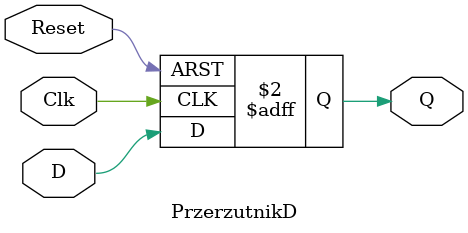
<source format=v>

`timescale 1ps / 1ps




module PrzerzutnikD (
	output reg Q,
	input Clk, Reset, D
);
	always @(posedge Clk or posedge Reset)
	if (Reset) Q <= 1'b0;
	else Q <= D;
endmodule



</source>
